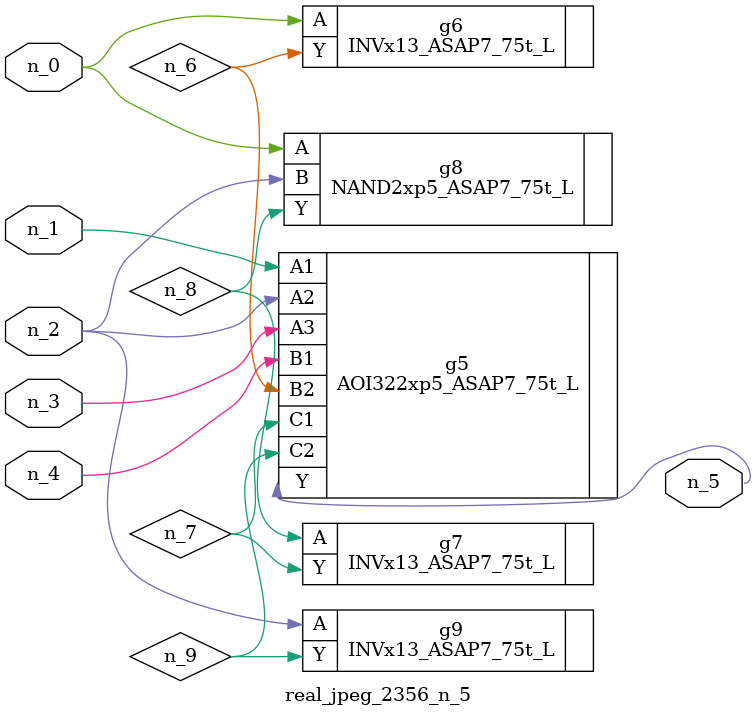
<source format=v>
module real_jpeg_2356_n_5 (n_4, n_0, n_1, n_2, n_3, n_5);

input n_4;
input n_0;
input n_1;
input n_2;
input n_3;

output n_5;

wire n_8;
wire n_6;
wire n_7;
wire n_9;

INVx13_ASAP7_75t_L g6 ( 
.A(n_0),
.Y(n_6)
);

NAND2xp5_ASAP7_75t_L g8 ( 
.A(n_0),
.B(n_2),
.Y(n_8)
);

AOI322xp5_ASAP7_75t_L g5 ( 
.A1(n_1),
.A2(n_2),
.A3(n_3),
.B1(n_4),
.B2(n_6),
.C1(n_7),
.C2(n_9),
.Y(n_5)
);

INVx13_ASAP7_75t_L g9 ( 
.A(n_2),
.Y(n_9)
);

INVx13_ASAP7_75t_L g7 ( 
.A(n_8),
.Y(n_7)
);


endmodule
</source>
